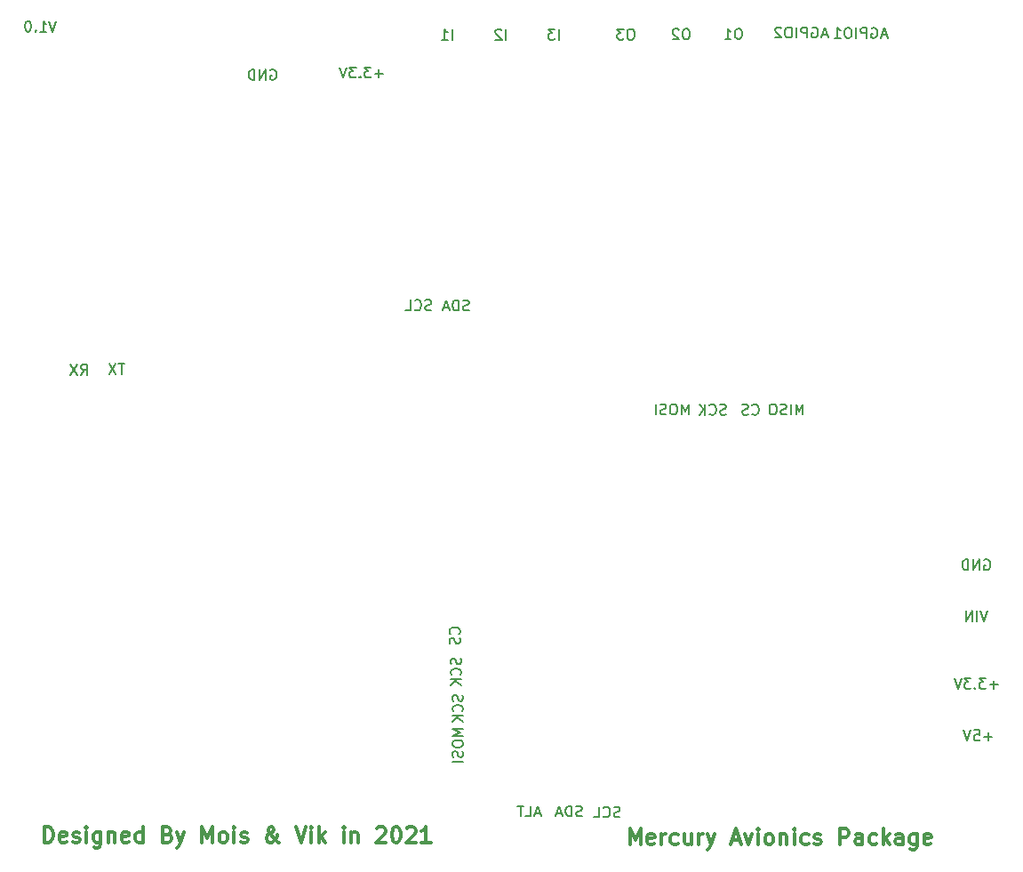
<source format=gbr>
%TF.GenerationSoftware,KiCad,Pcbnew,(5.1.8)-1*%
%TF.CreationDate,2021-01-18T01:00:06-05:00*%
%TF.ProjectId,Mercury,4d657263-7572-4792-9e6b-696361645f70,rev?*%
%TF.SameCoordinates,Original*%
%TF.FileFunction,Legend,Bot*%
%TF.FilePolarity,Positive*%
%FSLAX46Y46*%
G04 Gerber Fmt 4.6, Leading zero omitted, Abs format (unit mm)*
G04 Created by KiCad (PCBNEW (5.1.8)-1) date 2021-01-18 01:00:06*
%MOMM*%
%LPD*%
G01*
G04 APERTURE LIST*
%ADD10C,0.150000*%
%ADD11C,0.300000*%
G04 APERTURE END LIST*
D10*
X24206009Y-17689580D02*
X23872676Y-18689580D01*
X23539342Y-17689580D01*
X22682200Y-18689580D02*
X23253628Y-18689580D01*
X22967914Y-18689580D02*
X22967914Y-17689580D01*
X23063152Y-17832438D01*
X23158390Y-17927676D01*
X23253628Y-17975295D01*
X22253628Y-18594342D02*
X22206009Y-18641961D01*
X22253628Y-18689580D01*
X22301247Y-18641961D01*
X22253628Y-18594342D01*
X22253628Y-18689580D01*
X21586961Y-17689580D02*
X21491723Y-17689580D01*
X21396485Y-17737200D01*
X21348866Y-17784819D01*
X21301247Y-17880057D01*
X21253628Y-18070533D01*
X21253628Y-18308628D01*
X21301247Y-18499104D01*
X21348866Y-18594342D01*
X21396485Y-18641961D01*
X21491723Y-18689580D01*
X21586961Y-18689580D01*
X21682200Y-18641961D01*
X21729819Y-18594342D01*
X21777438Y-18499104D01*
X21825057Y-18308628D01*
X21825057Y-18070533D01*
X21777438Y-17880057D01*
X21729819Y-17784819D01*
X21682200Y-17737200D01*
X21586961Y-17689580D01*
D11*
X78871171Y-96106371D02*
X78871171Y-94606371D01*
X79371171Y-95677800D01*
X79871171Y-94606371D01*
X79871171Y-96106371D01*
X81156885Y-96034942D02*
X81014028Y-96106371D01*
X80728314Y-96106371D01*
X80585457Y-96034942D01*
X80514028Y-95892085D01*
X80514028Y-95320657D01*
X80585457Y-95177800D01*
X80728314Y-95106371D01*
X81014028Y-95106371D01*
X81156885Y-95177800D01*
X81228314Y-95320657D01*
X81228314Y-95463514D01*
X80514028Y-95606371D01*
X81871171Y-96106371D02*
X81871171Y-95106371D01*
X81871171Y-95392085D02*
X81942600Y-95249228D01*
X82014028Y-95177800D01*
X82156885Y-95106371D01*
X82299742Y-95106371D01*
X83442600Y-96034942D02*
X83299742Y-96106371D01*
X83014028Y-96106371D01*
X82871171Y-96034942D01*
X82799742Y-95963514D01*
X82728314Y-95820657D01*
X82728314Y-95392085D01*
X82799742Y-95249228D01*
X82871171Y-95177800D01*
X83014028Y-95106371D01*
X83299742Y-95106371D01*
X83442600Y-95177800D01*
X84728314Y-95106371D02*
X84728314Y-96106371D01*
X84085457Y-95106371D02*
X84085457Y-95892085D01*
X84156885Y-96034942D01*
X84299742Y-96106371D01*
X84514028Y-96106371D01*
X84656885Y-96034942D01*
X84728314Y-95963514D01*
X85442600Y-96106371D02*
X85442600Y-95106371D01*
X85442600Y-95392085D02*
X85514028Y-95249228D01*
X85585457Y-95177800D01*
X85728314Y-95106371D01*
X85871171Y-95106371D01*
X86228314Y-95106371D02*
X86585457Y-96106371D01*
X86942600Y-95106371D02*
X86585457Y-96106371D01*
X86442600Y-96463514D01*
X86371171Y-96534942D01*
X86228314Y-96606371D01*
X88585457Y-95677800D02*
X89299742Y-95677800D01*
X88442600Y-96106371D02*
X88942600Y-94606371D01*
X89442600Y-96106371D01*
X89799742Y-95106371D02*
X90156885Y-96106371D01*
X90514028Y-95106371D01*
X91085457Y-96106371D02*
X91085457Y-95106371D01*
X91085457Y-94606371D02*
X91014028Y-94677800D01*
X91085457Y-94749228D01*
X91156885Y-94677800D01*
X91085457Y-94606371D01*
X91085457Y-94749228D01*
X92014028Y-96106371D02*
X91871171Y-96034942D01*
X91799742Y-95963514D01*
X91728314Y-95820657D01*
X91728314Y-95392085D01*
X91799742Y-95249228D01*
X91871171Y-95177800D01*
X92014028Y-95106371D01*
X92228314Y-95106371D01*
X92371171Y-95177800D01*
X92442600Y-95249228D01*
X92514028Y-95392085D01*
X92514028Y-95820657D01*
X92442600Y-95963514D01*
X92371171Y-96034942D01*
X92228314Y-96106371D01*
X92014028Y-96106371D01*
X93156885Y-95106371D02*
X93156885Y-96106371D01*
X93156885Y-95249228D02*
X93228314Y-95177800D01*
X93371171Y-95106371D01*
X93585457Y-95106371D01*
X93728314Y-95177800D01*
X93799742Y-95320657D01*
X93799742Y-96106371D01*
X94514028Y-96106371D02*
X94514028Y-95106371D01*
X94514028Y-94606371D02*
X94442600Y-94677800D01*
X94514028Y-94749228D01*
X94585457Y-94677800D01*
X94514028Y-94606371D01*
X94514028Y-94749228D01*
X95871171Y-96034942D02*
X95728314Y-96106371D01*
X95442600Y-96106371D01*
X95299742Y-96034942D01*
X95228314Y-95963514D01*
X95156885Y-95820657D01*
X95156885Y-95392085D01*
X95228314Y-95249228D01*
X95299742Y-95177800D01*
X95442600Y-95106371D01*
X95728314Y-95106371D01*
X95871171Y-95177800D01*
X96442600Y-96034942D02*
X96585457Y-96106371D01*
X96871171Y-96106371D01*
X97014028Y-96034942D01*
X97085457Y-95892085D01*
X97085457Y-95820657D01*
X97014028Y-95677800D01*
X96871171Y-95606371D01*
X96656885Y-95606371D01*
X96514028Y-95534942D01*
X96442600Y-95392085D01*
X96442600Y-95320657D01*
X96514028Y-95177800D01*
X96656885Y-95106371D01*
X96871171Y-95106371D01*
X97014028Y-95177800D01*
X98871171Y-96106371D02*
X98871171Y-94606371D01*
X99442600Y-94606371D01*
X99585457Y-94677800D01*
X99656885Y-94749228D01*
X99728314Y-94892085D01*
X99728314Y-95106371D01*
X99656885Y-95249228D01*
X99585457Y-95320657D01*
X99442600Y-95392085D01*
X98871171Y-95392085D01*
X101014028Y-96106371D02*
X101014028Y-95320657D01*
X100942600Y-95177800D01*
X100799742Y-95106371D01*
X100514028Y-95106371D01*
X100371171Y-95177800D01*
X101014028Y-96034942D02*
X100871171Y-96106371D01*
X100514028Y-96106371D01*
X100371171Y-96034942D01*
X100299742Y-95892085D01*
X100299742Y-95749228D01*
X100371171Y-95606371D01*
X100514028Y-95534942D01*
X100871171Y-95534942D01*
X101014028Y-95463514D01*
X102371171Y-96034942D02*
X102228314Y-96106371D01*
X101942600Y-96106371D01*
X101799742Y-96034942D01*
X101728314Y-95963514D01*
X101656885Y-95820657D01*
X101656885Y-95392085D01*
X101728314Y-95249228D01*
X101799742Y-95177800D01*
X101942600Y-95106371D01*
X102228314Y-95106371D01*
X102371171Y-95177800D01*
X103014028Y-96106371D02*
X103014028Y-94606371D01*
X103156885Y-95534942D02*
X103585457Y-96106371D01*
X103585457Y-95106371D02*
X103014028Y-95677800D01*
X104871171Y-96106371D02*
X104871171Y-95320657D01*
X104799742Y-95177800D01*
X104656885Y-95106371D01*
X104371171Y-95106371D01*
X104228314Y-95177800D01*
X104871171Y-96034942D02*
X104728314Y-96106371D01*
X104371171Y-96106371D01*
X104228314Y-96034942D01*
X104156885Y-95892085D01*
X104156885Y-95749228D01*
X104228314Y-95606371D01*
X104371171Y-95534942D01*
X104728314Y-95534942D01*
X104871171Y-95463514D01*
X106228314Y-95106371D02*
X106228314Y-96320657D01*
X106156885Y-96463514D01*
X106085457Y-96534942D01*
X105942600Y-96606371D01*
X105728314Y-96606371D01*
X105585457Y-96534942D01*
X106228314Y-96034942D02*
X106085457Y-96106371D01*
X105799742Y-96106371D01*
X105656885Y-96034942D01*
X105585457Y-95963514D01*
X105514028Y-95820657D01*
X105514028Y-95392085D01*
X105585457Y-95249228D01*
X105656885Y-95177800D01*
X105799742Y-95106371D01*
X106085457Y-95106371D01*
X106228314Y-95177800D01*
X107514028Y-96034942D02*
X107371171Y-96106371D01*
X107085457Y-96106371D01*
X106942600Y-96034942D01*
X106871171Y-95892085D01*
X106871171Y-95320657D01*
X106942600Y-95177800D01*
X107085457Y-95106371D01*
X107371171Y-95106371D01*
X107514028Y-95177800D01*
X107585457Y-95320657D01*
X107585457Y-95463514D01*
X106871171Y-95606371D01*
X23095657Y-95928571D02*
X23095657Y-94428571D01*
X23452800Y-94428571D01*
X23667085Y-94500000D01*
X23809942Y-94642857D01*
X23881371Y-94785714D01*
X23952800Y-95071428D01*
X23952800Y-95285714D01*
X23881371Y-95571428D01*
X23809942Y-95714285D01*
X23667085Y-95857142D01*
X23452800Y-95928571D01*
X23095657Y-95928571D01*
X25167085Y-95857142D02*
X25024228Y-95928571D01*
X24738514Y-95928571D01*
X24595657Y-95857142D01*
X24524228Y-95714285D01*
X24524228Y-95142857D01*
X24595657Y-95000000D01*
X24738514Y-94928571D01*
X25024228Y-94928571D01*
X25167085Y-95000000D01*
X25238514Y-95142857D01*
X25238514Y-95285714D01*
X24524228Y-95428571D01*
X25809942Y-95857142D02*
X25952800Y-95928571D01*
X26238514Y-95928571D01*
X26381371Y-95857142D01*
X26452800Y-95714285D01*
X26452800Y-95642857D01*
X26381371Y-95500000D01*
X26238514Y-95428571D01*
X26024228Y-95428571D01*
X25881371Y-95357142D01*
X25809942Y-95214285D01*
X25809942Y-95142857D01*
X25881371Y-95000000D01*
X26024228Y-94928571D01*
X26238514Y-94928571D01*
X26381371Y-95000000D01*
X27095657Y-95928571D02*
X27095657Y-94928571D01*
X27095657Y-94428571D02*
X27024228Y-94500000D01*
X27095657Y-94571428D01*
X27167085Y-94500000D01*
X27095657Y-94428571D01*
X27095657Y-94571428D01*
X28452800Y-94928571D02*
X28452800Y-96142857D01*
X28381371Y-96285714D01*
X28309942Y-96357142D01*
X28167085Y-96428571D01*
X27952800Y-96428571D01*
X27809942Y-96357142D01*
X28452800Y-95857142D02*
X28309942Y-95928571D01*
X28024228Y-95928571D01*
X27881371Y-95857142D01*
X27809942Y-95785714D01*
X27738514Y-95642857D01*
X27738514Y-95214285D01*
X27809942Y-95071428D01*
X27881371Y-95000000D01*
X28024228Y-94928571D01*
X28309942Y-94928571D01*
X28452800Y-95000000D01*
X29167085Y-94928571D02*
X29167085Y-95928571D01*
X29167085Y-95071428D02*
X29238514Y-95000000D01*
X29381371Y-94928571D01*
X29595657Y-94928571D01*
X29738514Y-95000000D01*
X29809942Y-95142857D01*
X29809942Y-95928571D01*
X31095657Y-95857142D02*
X30952800Y-95928571D01*
X30667085Y-95928571D01*
X30524228Y-95857142D01*
X30452800Y-95714285D01*
X30452800Y-95142857D01*
X30524228Y-95000000D01*
X30667085Y-94928571D01*
X30952800Y-94928571D01*
X31095657Y-95000000D01*
X31167085Y-95142857D01*
X31167085Y-95285714D01*
X30452800Y-95428571D01*
X32452800Y-95928571D02*
X32452800Y-94428571D01*
X32452800Y-95857142D02*
X32309942Y-95928571D01*
X32024228Y-95928571D01*
X31881371Y-95857142D01*
X31809942Y-95785714D01*
X31738514Y-95642857D01*
X31738514Y-95214285D01*
X31809942Y-95071428D01*
X31881371Y-95000000D01*
X32024228Y-94928571D01*
X32309942Y-94928571D01*
X32452800Y-95000000D01*
X34809942Y-95142857D02*
X35024228Y-95214285D01*
X35095657Y-95285714D01*
X35167085Y-95428571D01*
X35167085Y-95642857D01*
X35095657Y-95785714D01*
X35024228Y-95857142D01*
X34881371Y-95928571D01*
X34309942Y-95928571D01*
X34309942Y-94428571D01*
X34809942Y-94428571D01*
X34952800Y-94500000D01*
X35024228Y-94571428D01*
X35095657Y-94714285D01*
X35095657Y-94857142D01*
X35024228Y-95000000D01*
X34952800Y-95071428D01*
X34809942Y-95142857D01*
X34309942Y-95142857D01*
X35667085Y-94928571D02*
X36024228Y-95928571D01*
X36381371Y-94928571D02*
X36024228Y-95928571D01*
X35881371Y-96285714D01*
X35809942Y-96357142D01*
X35667085Y-96428571D01*
X38095657Y-95928571D02*
X38095657Y-94428571D01*
X38595657Y-95500000D01*
X39095657Y-94428571D01*
X39095657Y-95928571D01*
X40024228Y-95928571D02*
X39881371Y-95857142D01*
X39809942Y-95785714D01*
X39738514Y-95642857D01*
X39738514Y-95214285D01*
X39809942Y-95071428D01*
X39881371Y-95000000D01*
X40024228Y-94928571D01*
X40238514Y-94928571D01*
X40381371Y-95000000D01*
X40452800Y-95071428D01*
X40524228Y-95214285D01*
X40524228Y-95642857D01*
X40452800Y-95785714D01*
X40381371Y-95857142D01*
X40238514Y-95928571D01*
X40024228Y-95928571D01*
X41167085Y-95928571D02*
X41167085Y-94928571D01*
X41167085Y-94428571D02*
X41095657Y-94500000D01*
X41167085Y-94571428D01*
X41238514Y-94500000D01*
X41167085Y-94428571D01*
X41167085Y-94571428D01*
X41809942Y-95857142D02*
X41952800Y-95928571D01*
X42238514Y-95928571D01*
X42381371Y-95857142D01*
X42452800Y-95714285D01*
X42452800Y-95642857D01*
X42381371Y-95500000D01*
X42238514Y-95428571D01*
X42024228Y-95428571D01*
X41881371Y-95357142D01*
X41809942Y-95214285D01*
X41809942Y-95142857D01*
X41881371Y-95000000D01*
X42024228Y-94928571D01*
X42238514Y-94928571D01*
X42381371Y-95000000D01*
X45452799Y-95928571D02*
X45381371Y-95928571D01*
X45238514Y-95857142D01*
X45024228Y-95642857D01*
X44667085Y-95214285D01*
X44524228Y-95000000D01*
X44452799Y-94785714D01*
X44452799Y-94642857D01*
X44524228Y-94500000D01*
X44667085Y-94428571D01*
X44738514Y-94428571D01*
X44881371Y-94500000D01*
X44952799Y-94642857D01*
X44952799Y-94714285D01*
X44881371Y-94857142D01*
X44809942Y-94928571D01*
X44381371Y-95214285D01*
X44309942Y-95285714D01*
X44238514Y-95428571D01*
X44238514Y-95642857D01*
X44309942Y-95785714D01*
X44381371Y-95857142D01*
X44524228Y-95928571D01*
X44738514Y-95928571D01*
X44881371Y-95857142D01*
X44952799Y-95785714D01*
X45167085Y-95500000D01*
X45238514Y-95285714D01*
X45238514Y-95142857D01*
X47024228Y-94428571D02*
X47524228Y-95928571D01*
X48024228Y-94428571D01*
X48524228Y-95928571D02*
X48524228Y-94928571D01*
X48524228Y-94428571D02*
X48452800Y-94500000D01*
X48524228Y-94571428D01*
X48595657Y-94500000D01*
X48524228Y-94428571D01*
X48524228Y-94571428D01*
X49238514Y-95928571D02*
X49238514Y-94428571D01*
X49381371Y-95357142D02*
X49809942Y-95928571D01*
X49809942Y-94928571D02*
X49238514Y-95500000D01*
X51595657Y-95928571D02*
X51595657Y-94928571D01*
X51595657Y-94428571D02*
X51524228Y-94500000D01*
X51595657Y-94571428D01*
X51667085Y-94500000D01*
X51595657Y-94428571D01*
X51595657Y-94571428D01*
X52309942Y-94928571D02*
X52309942Y-95928571D01*
X52309942Y-95071428D02*
X52381371Y-95000000D01*
X52524228Y-94928571D01*
X52738514Y-94928571D01*
X52881371Y-95000000D01*
X52952799Y-95142857D01*
X52952799Y-95928571D01*
X54738514Y-94571428D02*
X54809942Y-94500000D01*
X54952799Y-94428571D01*
X55309942Y-94428571D01*
X55452799Y-94500000D01*
X55524228Y-94571428D01*
X55595657Y-94714285D01*
X55595657Y-94857142D01*
X55524228Y-95071428D01*
X54667085Y-95928571D01*
X55595657Y-95928571D01*
X56524228Y-94428571D02*
X56667085Y-94428571D01*
X56809942Y-94500000D01*
X56881371Y-94571428D01*
X56952799Y-94714285D01*
X57024228Y-95000000D01*
X57024228Y-95357142D01*
X56952799Y-95642857D01*
X56881371Y-95785714D01*
X56809942Y-95857142D01*
X56667085Y-95928571D01*
X56524228Y-95928571D01*
X56381371Y-95857142D01*
X56309942Y-95785714D01*
X56238514Y-95642857D01*
X56167085Y-95357142D01*
X56167085Y-95000000D01*
X56238514Y-94714285D01*
X56309942Y-94571428D01*
X56381371Y-94500000D01*
X56524228Y-94428571D01*
X57595657Y-94571428D02*
X57667085Y-94500000D01*
X57809942Y-94428571D01*
X58167085Y-94428571D01*
X58309942Y-94500000D01*
X58381371Y-94571428D01*
X58452799Y-94714285D01*
X58452799Y-94857142D01*
X58381371Y-95071428D01*
X57524228Y-95928571D01*
X58452799Y-95928571D01*
X59881371Y-95928571D02*
X59024228Y-95928571D01*
X59452799Y-95928571D02*
X59452799Y-94428571D01*
X59309942Y-94642857D01*
X59167085Y-94785714D01*
X59024228Y-94857142D01*
D10*
X62587142Y-76058733D02*
X62634761Y-76011114D01*
X62682380Y-75868257D01*
X62682380Y-75773019D01*
X62634761Y-75630161D01*
X62539523Y-75534923D01*
X62444285Y-75487304D01*
X62253809Y-75439685D01*
X62110952Y-75439685D01*
X61920476Y-75487304D01*
X61825238Y-75534923D01*
X61730000Y-75630161D01*
X61682380Y-75773019D01*
X61682380Y-75868257D01*
X61730000Y-76011114D01*
X61777619Y-76058733D01*
X62634761Y-76439685D02*
X62682380Y-76582542D01*
X62682380Y-76820638D01*
X62634761Y-76915876D01*
X62587142Y-76963495D01*
X62491904Y-77011114D01*
X62396666Y-77011114D01*
X62301428Y-76963495D01*
X62253809Y-76915876D01*
X62206190Y-76820638D01*
X62158571Y-76630161D01*
X62110952Y-76534923D01*
X62063333Y-76487304D01*
X61968095Y-76439685D01*
X61872857Y-76439685D01*
X61777619Y-76487304D01*
X61730000Y-76534923D01*
X61682380Y-76630161D01*
X61682380Y-76868257D01*
X61730000Y-77011114D01*
X62736361Y-78394085D02*
X62783980Y-78536942D01*
X62783980Y-78775038D01*
X62736361Y-78870276D01*
X62688742Y-78917895D01*
X62593504Y-78965514D01*
X62498266Y-78965514D01*
X62403028Y-78917895D01*
X62355409Y-78870276D01*
X62307790Y-78775038D01*
X62260171Y-78584561D01*
X62212552Y-78489323D01*
X62164933Y-78441704D01*
X62069695Y-78394085D01*
X61974457Y-78394085D01*
X61879219Y-78441704D01*
X61831600Y-78489323D01*
X61783980Y-78584561D01*
X61783980Y-78822657D01*
X61831600Y-78965514D01*
X62688742Y-79965514D02*
X62736361Y-79917895D01*
X62783980Y-79775038D01*
X62783980Y-79679800D01*
X62736361Y-79536942D01*
X62641123Y-79441704D01*
X62545885Y-79394085D01*
X62355409Y-79346466D01*
X62212552Y-79346466D01*
X62022076Y-79394085D01*
X61926838Y-79441704D01*
X61831600Y-79536942D01*
X61783980Y-79679800D01*
X61783980Y-79775038D01*
X61831600Y-79917895D01*
X61879219Y-79965514D01*
X62783980Y-80394085D02*
X61783980Y-80394085D01*
X62783980Y-80965514D02*
X62212552Y-80536942D01*
X61783980Y-80965514D02*
X62355409Y-80394085D01*
X62914161Y-81873885D02*
X62961780Y-82016742D01*
X62961780Y-82254838D01*
X62914161Y-82350076D01*
X62866542Y-82397695D01*
X62771304Y-82445314D01*
X62676066Y-82445314D01*
X62580828Y-82397695D01*
X62533209Y-82350076D01*
X62485590Y-82254838D01*
X62437971Y-82064361D01*
X62390352Y-81969123D01*
X62342733Y-81921504D01*
X62247495Y-81873885D01*
X62152257Y-81873885D01*
X62057019Y-81921504D01*
X62009400Y-81969123D01*
X61961780Y-82064361D01*
X61961780Y-82302457D01*
X62009400Y-82445314D01*
X62866542Y-83445314D02*
X62914161Y-83397695D01*
X62961780Y-83254838D01*
X62961780Y-83159600D01*
X62914161Y-83016742D01*
X62818923Y-82921504D01*
X62723685Y-82873885D01*
X62533209Y-82826266D01*
X62390352Y-82826266D01*
X62199876Y-82873885D01*
X62104638Y-82921504D01*
X62009400Y-83016742D01*
X61961780Y-83159600D01*
X61961780Y-83254838D01*
X62009400Y-83397695D01*
X62057019Y-83445314D01*
X62961780Y-83873885D02*
X61961780Y-83873885D01*
X62961780Y-84445314D02*
X62390352Y-84016742D01*
X61961780Y-84445314D02*
X62533209Y-83873885D01*
X62961780Y-85093371D02*
X61961780Y-85093371D01*
X62676066Y-85426704D01*
X61961780Y-85760038D01*
X62961780Y-85760038D01*
X61961780Y-86426704D02*
X61961780Y-86617180D01*
X62009400Y-86712419D01*
X62104638Y-86807657D01*
X62295114Y-86855276D01*
X62628447Y-86855276D01*
X62818923Y-86807657D01*
X62914161Y-86712419D01*
X62961780Y-86617180D01*
X62961780Y-86426704D01*
X62914161Y-86331466D01*
X62818923Y-86236228D01*
X62628447Y-86188609D01*
X62295114Y-86188609D01*
X62104638Y-86236228D01*
X62009400Y-86331466D01*
X61961780Y-86426704D01*
X62914161Y-87236228D02*
X62961780Y-87379085D01*
X62961780Y-87617180D01*
X62914161Y-87712419D01*
X62866542Y-87760038D01*
X62771304Y-87807657D01*
X62676066Y-87807657D01*
X62580828Y-87760038D01*
X62533209Y-87712419D01*
X62485590Y-87617180D01*
X62437971Y-87426704D01*
X62390352Y-87331466D01*
X62342733Y-87283847D01*
X62247495Y-87236228D01*
X62152257Y-87236228D01*
X62057019Y-87283847D01*
X62009400Y-87331466D01*
X61961780Y-87426704D01*
X61961780Y-87664800D01*
X62009400Y-87807657D01*
X62961780Y-88236228D02*
X61961780Y-88236228D01*
X77898476Y-93470361D02*
X77755619Y-93517980D01*
X77517523Y-93517980D01*
X77422285Y-93470361D01*
X77374666Y-93422742D01*
X77327047Y-93327504D01*
X77327047Y-93232266D01*
X77374666Y-93137028D01*
X77422285Y-93089409D01*
X77517523Y-93041790D01*
X77708000Y-92994171D01*
X77803238Y-92946552D01*
X77850857Y-92898933D01*
X77898476Y-92803695D01*
X77898476Y-92708457D01*
X77850857Y-92613219D01*
X77803238Y-92565600D01*
X77708000Y-92517980D01*
X77469904Y-92517980D01*
X77327047Y-92565600D01*
X76327047Y-93422742D02*
X76374666Y-93470361D01*
X76517523Y-93517980D01*
X76612761Y-93517980D01*
X76755619Y-93470361D01*
X76850857Y-93375123D01*
X76898476Y-93279885D01*
X76946095Y-93089409D01*
X76946095Y-92946552D01*
X76898476Y-92756076D01*
X76850857Y-92660838D01*
X76755619Y-92565600D01*
X76612761Y-92517980D01*
X76517523Y-92517980D01*
X76374666Y-92565600D01*
X76327047Y-92613219D01*
X75422285Y-93517980D02*
X75898476Y-93517980D01*
X75898476Y-92517980D01*
X74315485Y-93394161D02*
X74172628Y-93441780D01*
X73934533Y-93441780D01*
X73839295Y-93394161D01*
X73791676Y-93346542D01*
X73744057Y-93251304D01*
X73744057Y-93156066D01*
X73791676Y-93060828D01*
X73839295Y-93013209D01*
X73934533Y-92965590D01*
X74125009Y-92917971D01*
X74220247Y-92870352D01*
X74267866Y-92822733D01*
X74315485Y-92727495D01*
X74315485Y-92632257D01*
X74267866Y-92537019D01*
X74220247Y-92489400D01*
X74125009Y-92441780D01*
X73886914Y-92441780D01*
X73744057Y-92489400D01*
X73315485Y-93441780D02*
X73315485Y-92441780D01*
X73077390Y-92441780D01*
X72934533Y-92489400D01*
X72839295Y-92584638D01*
X72791676Y-92679876D01*
X72744057Y-92870352D01*
X72744057Y-93013209D01*
X72791676Y-93203685D01*
X72839295Y-93298923D01*
X72934533Y-93394161D01*
X73077390Y-93441780D01*
X73315485Y-93441780D01*
X72363104Y-93156066D02*
X71886914Y-93156066D01*
X72458342Y-93441780D02*
X72125009Y-92441780D01*
X71791676Y-93441780D01*
X70289609Y-93156066D02*
X69813419Y-93156066D01*
X70384847Y-93441780D02*
X70051514Y-92441780D01*
X69718180Y-93441780D01*
X68908657Y-93441780D02*
X69384847Y-93441780D01*
X69384847Y-92441780D01*
X68718180Y-92441780D02*
X68146752Y-92441780D01*
X68432466Y-93441780D02*
X68432466Y-92441780D01*
X95348228Y-55163980D02*
X95348228Y-54163980D01*
X95014895Y-54878266D01*
X94681561Y-54163980D01*
X94681561Y-55163980D01*
X94205371Y-55163980D02*
X94205371Y-54163980D01*
X93776800Y-55116361D02*
X93633942Y-55163980D01*
X93395847Y-55163980D01*
X93300609Y-55116361D01*
X93252990Y-55068742D01*
X93205371Y-54973504D01*
X93205371Y-54878266D01*
X93252990Y-54783028D01*
X93300609Y-54735409D01*
X93395847Y-54687790D01*
X93586323Y-54640171D01*
X93681561Y-54592552D01*
X93729180Y-54544933D01*
X93776800Y-54449695D01*
X93776800Y-54354457D01*
X93729180Y-54259219D01*
X93681561Y-54211600D01*
X93586323Y-54163980D01*
X93348228Y-54163980D01*
X93205371Y-54211600D01*
X92586323Y-54163980D02*
X92395847Y-54163980D01*
X92300609Y-54211600D01*
X92205371Y-54306838D01*
X92157752Y-54497314D01*
X92157752Y-54830647D01*
X92205371Y-55021123D01*
X92300609Y-55116361D01*
X92395847Y-55163980D01*
X92586323Y-55163980D01*
X92681561Y-55116361D01*
X92776800Y-55021123D01*
X92824419Y-54830647D01*
X92824419Y-54497314D01*
X92776800Y-54306838D01*
X92681561Y-54211600D01*
X92586323Y-54163980D01*
X90514466Y-55094142D02*
X90562085Y-55141761D01*
X90704942Y-55189380D01*
X90800180Y-55189380D01*
X90943038Y-55141761D01*
X91038276Y-55046523D01*
X91085895Y-54951285D01*
X91133514Y-54760809D01*
X91133514Y-54617952D01*
X91085895Y-54427476D01*
X91038276Y-54332238D01*
X90943038Y-54237000D01*
X90800180Y-54189380D01*
X90704942Y-54189380D01*
X90562085Y-54237000D01*
X90514466Y-54284619D01*
X90133514Y-55141761D02*
X89990657Y-55189380D01*
X89752561Y-55189380D01*
X89657323Y-55141761D01*
X89609704Y-55094142D01*
X89562085Y-54998904D01*
X89562085Y-54903666D01*
X89609704Y-54808428D01*
X89657323Y-54760809D01*
X89752561Y-54713190D01*
X89943038Y-54665571D01*
X90038276Y-54617952D01*
X90085895Y-54570333D01*
X90133514Y-54475095D01*
X90133514Y-54379857D01*
X90085895Y-54284619D01*
X90038276Y-54237000D01*
X89943038Y-54189380D01*
X89704942Y-54189380D01*
X89562085Y-54237000D01*
X88026714Y-55141761D02*
X87883857Y-55189380D01*
X87645761Y-55189380D01*
X87550523Y-55141761D01*
X87502904Y-55094142D01*
X87455285Y-54998904D01*
X87455285Y-54903666D01*
X87502904Y-54808428D01*
X87550523Y-54760809D01*
X87645761Y-54713190D01*
X87836238Y-54665571D01*
X87931476Y-54617952D01*
X87979095Y-54570333D01*
X88026714Y-54475095D01*
X88026714Y-54379857D01*
X87979095Y-54284619D01*
X87931476Y-54237000D01*
X87836238Y-54189380D01*
X87598142Y-54189380D01*
X87455285Y-54237000D01*
X86455285Y-55094142D02*
X86502904Y-55141761D01*
X86645761Y-55189380D01*
X86741000Y-55189380D01*
X86883857Y-55141761D01*
X86979095Y-55046523D01*
X87026714Y-54951285D01*
X87074333Y-54760809D01*
X87074333Y-54617952D01*
X87026714Y-54427476D01*
X86979095Y-54332238D01*
X86883857Y-54237000D01*
X86741000Y-54189380D01*
X86645761Y-54189380D01*
X86502904Y-54237000D01*
X86455285Y-54284619D01*
X86026714Y-55189380D02*
X86026714Y-54189380D01*
X85455285Y-55189380D02*
X85883857Y-54617952D01*
X85455285Y-54189380D02*
X86026714Y-54760809D01*
X84451628Y-55163980D02*
X84451628Y-54163980D01*
X84118295Y-54878266D01*
X83784961Y-54163980D01*
X83784961Y-55163980D01*
X83118295Y-54163980D02*
X82927819Y-54163980D01*
X82832580Y-54211600D01*
X82737342Y-54306838D01*
X82689723Y-54497314D01*
X82689723Y-54830647D01*
X82737342Y-55021123D01*
X82832580Y-55116361D01*
X82927819Y-55163980D01*
X83118295Y-55163980D01*
X83213533Y-55116361D01*
X83308771Y-55021123D01*
X83356390Y-54830647D01*
X83356390Y-54497314D01*
X83308771Y-54306838D01*
X83213533Y-54211600D01*
X83118295Y-54163980D01*
X82308771Y-55116361D02*
X82165914Y-55163980D01*
X81927819Y-55163980D01*
X81832580Y-55116361D01*
X81784961Y-55068742D01*
X81737342Y-54973504D01*
X81737342Y-54878266D01*
X81784961Y-54783028D01*
X81832580Y-54735409D01*
X81927819Y-54687790D01*
X82118295Y-54640171D01*
X82213533Y-54592552D01*
X82261152Y-54544933D01*
X82308771Y-54449695D01*
X82308771Y-54354457D01*
X82261152Y-54259219D01*
X82213533Y-54211600D01*
X82118295Y-54163980D01*
X81880200Y-54163980D01*
X81737342Y-54211600D01*
X81308771Y-55163980D02*
X81308771Y-54163980D01*
X63520485Y-45210361D02*
X63377628Y-45257980D01*
X63139533Y-45257980D01*
X63044295Y-45210361D01*
X62996676Y-45162742D01*
X62949057Y-45067504D01*
X62949057Y-44972266D01*
X62996676Y-44877028D01*
X63044295Y-44829409D01*
X63139533Y-44781790D01*
X63330009Y-44734171D01*
X63425247Y-44686552D01*
X63472866Y-44638933D01*
X63520485Y-44543695D01*
X63520485Y-44448457D01*
X63472866Y-44353219D01*
X63425247Y-44305600D01*
X63330009Y-44257980D01*
X63091914Y-44257980D01*
X62949057Y-44305600D01*
X62520485Y-45257980D02*
X62520485Y-44257980D01*
X62282390Y-44257980D01*
X62139533Y-44305600D01*
X62044295Y-44400838D01*
X61996676Y-44496076D01*
X61949057Y-44686552D01*
X61949057Y-44829409D01*
X61996676Y-45019885D01*
X62044295Y-45115123D01*
X62139533Y-45210361D01*
X62282390Y-45257980D01*
X62520485Y-45257980D01*
X61568104Y-44972266D02*
X61091914Y-44972266D01*
X61663342Y-45257980D02*
X61330009Y-44257980D01*
X60996676Y-45257980D01*
X59940676Y-45184961D02*
X59797819Y-45232580D01*
X59559723Y-45232580D01*
X59464485Y-45184961D01*
X59416866Y-45137342D01*
X59369247Y-45042104D01*
X59369247Y-44946866D01*
X59416866Y-44851628D01*
X59464485Y-44804009D01*
X59559723Y-44756390D01*
X59750200Y-44708771D01*
X59845438Y-44661152D01*
X59893057Y-44613533D01*
X59940676Y-44518295D01*
X59940676Y-44423057D01*
X59893057Y-44327819D01*
X59845438Y-44280200D01*
X59750200Y-44232580D01*
X59512104Y-44232580D01*
X59369247Y-44280200D01*
X58369247Y-45137342D02*
X58416866Y-45184961D01*
X58559723Y-45232580D01*
X58654961Y-45232580D01*
X58797819Y-45184961D01*
X58893057Y-45089723D01*
X58940676Y-44994485D01*
X58988295Y-44804009D01*
X58988295Y-44661152D01*
X58940676Y-44470676D01*
X58893057Y-44375438D01*
X58797819Y-44280200D01*
X58654961Y-44232580D01*
X58559723Y-44232580D01*
X58416866Y-44280200D01*
X58369247Y-44327819D01*
X57464485Y-45232580D02*
X57940676Y-45232580D01*
X57940676Y-44232580D01*
X30708504Y-50328580D02*
X30137076Y-50328580D01*
X30422790Y-51328580D02*
X30422790Y-50328580D01*
X29898980Y-50328580D02*
X29232314Y-51328580D01*
X29232314Y-50328580D02*
X29898980Y-51328580D01*
X26582666Y-51379380D02*
X26916000Y-50903190D01*
X27154095Y-51379380D02*
X27154095Y-50379380D01*
X26773142Y-50379380D01*
X26677904Y-50427000D01*
X26630285Y-50474619D01*
X26582666Y-50569857D01*
X26582666Y-50712714D01*
X26630285Y-50807952D01*
X26677904Y-50855571D01*
X26773142Y-50903190D01*
X27154095Y-50903190D01*
X26249333Y-50379380D02*
X25582666Y-51379380D01*
X25582666Y-50379380D02*
X26249333Y-51379380D01*
X55340000Y-22702828D02*
X54578095Y-22702828D01*
X54959047Y-23083780D02*
X54959047Y-22321876D01*
X54197142Y-22083780D02*
X53578095Y-22083780D01*
X53911428Y-22464733D01*
X53768571Y-22464733D01*
X53673333Y-22512352D01*
X53625714Y-22559971D01*
X53578095Y-22655209D01*
X53578095Y-22893304D01*
X53625714Y-22988542D01*
X53673333Y-23036161D01*
X53768571Y-23083780D01*
X54054285Y-23083780D01*
X54149523Y-23036161D01*
X54197142Y-22988542D01*
X53149523Y-22988542D02*
X53101904Y-23036161D01*
X53149523Y-23083780D01*
X53197142Y-23036161D01*
X53149523Y-22988542D01*
X53149523Y-23083780D01*
X52768571Y-22083780D02*
X52149523Y-22083780D01*
X52482857Y-22464733D01*
X52340000Y-22464733D01*
X52244761Y-22512352D01*
X52197142Y-22559971D01*
X52149523Y-22655209D01*
X52149523Y-22893304D01*
X52197142Y-22988542D01*
X52244761Y-23036161D01*
X52340000Y-23083780D01*
X52625714Y-23083780D01*
X52720952Y-23036161D01*
X52768571Y-22988542D01*
X51863809Y-22083780D02*
X51530476Y-23083780D01*
X51197142Y-22083780D01*
X44627704Y-22334600D02*
X44722942Y-22286980D01*
X44865800Y-22286980D01*
X45008657Y-22334600D01*
X45103895Y-22429838D01*
X45151514Y-22525076D01*
X45199133Y-22715552D01*
X45199133Y-22858409D01*
X45151514Y-23048885D01*
X45103895Y-23144123D01*
X45008657Y-23239361D01*
X44865800Y-23286980D01*
X44770561Y-23286980D01*
X44627704Y-23239361D01*
X44580085Y-23191742D01*
X44580085Y-22858409D01*
X44770561Y-22858409D01*
X44151514Y-23286980D02*
X44151514Y-22286980D01*
X43580085Y-23286980D01*
X43580085Y-22286980D01*
X43103895Y-23286980D02*
X43103895Y-22286980D01*
X42865800Y-22286980D01*
X42722942Y-22334600D01*
X42627704Y-22429838D01*
X42580085Y-22525076D01*
X42532466Y-22715552D01*
X42532466Y-22858409D01*
X42580085Y-23048885D01*
X42627704Y-23144123D01*
X42722942Y-23239361D01*
X42865800Y-23286980D01*
X43103895Y-23286980D01*
X61918790Y-19451580D02*
X61918790Y-18451580D01*
X60918790Y-19451580D02*
X61490219Y-19451580D01*
X61204504Y-19451580D02*
X61204504Y-18451580D01*
X61299742Y-18594438D01*
X61394980Y-18689676D01*
X61490219Y-18737295D01*
X67049590Y-19451580D02*
X67049590Y-18451580D01*
X66621019Y-18546819D02*
X66573400Y-18499200D01*
X66478161Y-18451580D01*
X66240066Y-18451580D01*
X66144828Y-18499200D01*
X66097209Y-18546819D01*
X66049590Y-18642057D01*
X66049590Y-18737295D01*
X66097209Y-18880152D01*
X66668638Y-19451580D01*
X66049590Y-19451580D01*
X72078790Y-19451580D02*
X72078790Y-18451580D01*
X71697838Y-18451580D02*
X71078790Y-18451580D01*
X71412123Y-18832533D01*
X71269266Y-18832533D01*
X71174028Y-18880152D01*
X71126409Y-18927771D01*
X71078790Y-19023009D01*
X71078790Y-19261104D01*
X71126409Y-19356342D01*
X71174028Y-19403961D01*
X71269266Y-19451580D01*
X71554980Y-19451580D01*
X71650219Y-19403961D01*
X71697838Y-19356342D01*
X79032028Y-18451580D02*
X78841552Y-18451580D01*
X78746314Y-18499200D01*
X78651076Y-18594438D01*
X78603457Y-18784914D01*
X78603457Y-19118247D01*
X78651076Y-19308723D01*
X78746314Y-19403961D01*
X78841552Y-19451580D01*
X79032028Y-19451580D01*
X79127266Y-19403961D01*
X79222504Y-19308723D01*
X79270123Y-19118247D01*
X79270123Y-18784914D01*
X79222504Y-18594438D01*
X79127266Y-18499200D01*
X79032028Y-18451580D01*
X78270123Y-18451580D02*
X77651076Y-18451580D01*
X77984409Y-18832533D01*
X77841552Y-18832533D01*
X77746314Y-18880152D01*
X77698695Y-18927771D01*
X77651076Y-19023009D01*
X77651076Y-19261104D01*
X77698695Y-19356342D01*
X77746314Y-19403961D01*
X77841552Y-19451580D01*
X78127266Y-19451580D01*
X78222504Y-19403961D01*
X78270123Y-19356342D01*
X84315228Y-18426180D02*
X84124752Y-18426180D01*
X84029514Y-18473800D01*
X83934276Y-18569038D01*
X83886657Y-18759514D01*
X83886657Y-19092847D01*
X83934276Y-19283323D01*
X84029514Y-19378561D01*
X84124752Y-19426180D01*
X84315228Y-19426180D01*
X84410466Y-19378561D01*
X84505704Y-19283323D01*
X84553323Y-19092847D01*
X84553323Y-18759514D01*
X84505704Y-18569038D01*
X84410466Y-18473800D01*
X84315228Y-18426180D01*
X83505704Y-18521419D02*
X83458085Y-18473800D01*
X83362847Y-18426180D01*
X83124752Y-18426180D01*
X83029514Y-18473800D01*
X82981895Y-18521419D01*
X82934276Y-18616657D01*
X82934276Y-18711895D01*
X82981895Y-18854752D01*
X83553323Y-19426180D01*
X82934276Y-19426180D01*
X89293628Y-18400780D02*
X89103152Y-18400780D01*
X89007914Y-18448400D01*
X88912676Y-18543638D01*
X88865057Y-18734114D01*
X88865057Y-19067447D01*
X88912676Y-19257923D01*
X89007914Y-19353161D01*
X89103152Y-19400780D01*
X89293628Y-19400780D01*
X89388866Y-19353161D01*
X89484104Y-19257923D01*
X89531723Y-19067447D01*
X89531723Y-18734114D01*
X89484104Y-18543638D01*
X89388866Y-18448400D01*
X89293628Y-18400780D01*
X87912676Y-19400780D02*
X88484104Y-19400780D01*
X88198390Y-19400780D02*
X88198390Y-18400780D01*
X88293628Y-18543638D01*
X88388866Y-18638876D01*
X88484104Y-18686495D01*
X97649990Y-18988066D02*
X97173800Y-18988066D01*
X97745228Y-19273780D02*
X97411895Y-18273780D01*
X97078561Y-19273780D01*
X96221419Y-18321400D02*
X96316657Y-18273780D01*
X96459514Y-18273780D01*
X96602371Y-18321400D01*
X96697609Y-18416638D01*
X96745228Y-18511876D01*
X96792847Y-18702352D01*
X96792847Y-18845209D01*
X96745228Y-19035685D01*
X96697609Y-19130923D01*
X96602371Y-19226161D01*
X96459514Y-19273780D01*
X96364276Y-19273780D01*
X96221419Y-19226161D01*
X96173800Y-19178542D01*
X96173800Y-18845209D01*
X96364276Y-18845209D01*
X95745228Y-19273780D02*
X95745228Y-18273780D01*
X95364276Y-18273780D01*
X95269038Y-18321400D01*
X95221419Y-18369019D01*
X95173800Y-18464257D01*
X95173800Y-18607114D01*
X95221419Y-18702352D01*
X95269038Y-18749971D01*
X95364276Y-18797590D01*
X95745228Y-18797590D01*
X94745228Y-19273780D02*
X94745228Y-18273780D01*
X94078561Y-18273780D02*
X93888085Y-18273780D01*
X93792847Y-18321400D01*
X93697609Y-18416638D01*
X93649990Y-18607114D01*
X93649990Y-18940447D01*
X93697609Y-19130923D01*
X93792847Y-19226161D01*
X93888085Y-19273780D01*
X94078561Y-19273780D01*
X94173800Y-19226161D01*
X94269038Y-19130923D01*
X94316657Y-18940447D01*
X94316657Y-18607114D01*
X94269038Y-18416638D01*
X94173800Y-18321400D01*
X94078561Y-18273780D01*
X93269038Y-18369019D02*
X93221419Y-18321400D01*
X93126180Y-18273780D01*
X92888085Y-18273780D01*
X92792847Y-18321400D01*
X92745228Y-18369019D01*
X92697609Y-18464257D01*
X92697609Y-18559495D01*
X92745228Y-18702352D01*
X93316657Y-19273780D01*
X92697609Y-19273780D01*
X103314190Y-19013466D02*
X102838000Y-19013466D01*
X103409428Y-19299180D02*
X103076095Y-18299180D01*
X102742761Y-19299180D01*
X101885619Y-18346800D02*
X101980857Y-18299180D01*
X102123714Y-18299180D01*
X102266571Y-18346800D01*
X102361809Y-18442038D01*
X102409428Y-18537276D01*
X102457047Y-18727752D01*
X102457047Y-18870609D01*
X102409428Y-19061085D01*
X102361809Y-19156323D01*
X102266571Y-19251561D01*
X102123714Y-19299180D01*
X102028476Y-19299180D01*
X101885619Y-19251561D01*
X101838000Y-19203942D01*
X101838000Y-18870609D01*
X102028476Y-18870609D01*
X101409428Y-19299180D02*
X101409428Y-18299180D01*
X101028476Y-18299180D01*
X100933238Y-18346800D01*
X100885619Y-18394419D01*
X100838000Y-18489657D01*
X100838000Y-18632514D01*
X100885619Y-18727752D01*
X100933238Y-18775371D01*
X101028476Y-18822990D01*
X101409428Y-18822990D01*
X100409428Y-19299180D02*
X100409428Y-18299180D01*
X99742761Y-18299180D02*
X99552285Y-18299180D01*
X99457047Y-18346800D01*
X99361809Y-18442038D01*
X99314190Y-18632514D01*
X99314190Y-18965847D01*
X99361809Y-19156323D01*
X99457047Y-19251561D01*
X99552285Y-19299180D01*
X99742761Y-19299180D01*
X99838000Y-19251561D01*
X99933238Y-19156323D01*
X99980857Y-18965847D01*
X99980857Y-18632514D01*
X99933238Y-18442038D01*
X99838000Y-18346800D01*
X99742761Y-18299180D01*
X98361809Y-19299180D02*
X98933238Y-19299180D01*
X98647523Y-19299180D02*
X98647523Y-18299180D01*
X98742761Y-18442038D01*
X98838000Y-18537276D01*
X98933238Y-18584895D01*
X112623504Y-69019800D02*
X112718742Y-68972180D01*
X112861600Y-68972180D01*
X113004457Y-69019800D01*
X113099695Y-69115038D01*
X113147314Y-69210276D01*
X113194933Y-69400752D01*
X113194933Y-69543609D01*
X113147314Y-69734085D01*
X113099695Y-69829323D01*
X113004457Y-69924561D01*
X112861600Y-69972180D01*
X112766361Y-69972180D01*
X112623504Y-69924561D01*
X112575885Y-69876942D01*
X112575885Y-69543609D01*
X112766361Y-69543609D01*
X112147314Y-69972180D02*
X112147314Y-68972180D01*
X111575885Y-69972180D01*
X111575885Y-68972180D01*
X111099695Y-69972180D02*
X111099695Y-68972180D01*
X110861600Y-68972180D01*
X110718742Y-69019800D01*
X110623504Y-69115038D01*
X110575885Y-69210276D01*
X110528266Y-69400752D01*
X110528266Y-69543609D01*
X110575885Y-69734085D01*
X110623504Y-69829323D01*
X110718742Y-69924561D01*
X110861600Y-69972180D01*
X111099695Y-69972180D01*
X112931438Y-73823580D02*
X112598104Y-74823580D01*
X112264771Y-73823580D01*
X111931438Y-74823580D02*
X111931438Y-73823580D01*
X111455247Y-74823580D02*
X111455247Y-73823580D01*
X110883819Y-74823580D01*
X110883819Y-73823580D01*
X113912400Y-80894228D02*
X113150495Y-80894228D01*
X113531447Y-81275180D02*
X113531447Y-80513276D01*
X112769542Y-80275180D02*
X112150495Y-80275180D01*
X112483828Y-80656133D01*
X112340971Y-80656133D01*
X112245733Y-80703752D01*
X112198114Y-80751371D01*
X112150495Y-80846609D01*
X112150495Y-81084704D01*
X112198114Y-81179942D01*
X112245733Y-81227561D01*
X112340971Y-81275180D01*
X112626685Y-81275180D01*
X112721923Y-81227561D01*
X112769542Y-81179942D01*
X111721923Y-81179942D02*
X111674304Y-81227561D01*
X111721923Y-81275180D01*
X111769542Y-81227561D01*
X111721923Y-81179942D01*
X111721923Y-81275180D01*
X111340971Y-80275180D02*
X110721923Y-80275180D01*
X111055257Y-80656133D01*
X110912400Y-80656133D01*
X110817161Y-80703752D01*
X110769542Y-80751371D01*
X110721923Y-80846609D01*
X110721923Y-81084704D01*
X110769542Y-81179942D01*
X110817161Y-81227561D01*
X110912400Y-81275180D01*
X111198114Y-81275180D01*
X111293352Y-81227561D01*
X111340971Y-81179942D01*
X110436209Y-80275180D02*
X110102876Y-81275180D01*
X109769542Y-80275180D01*
X113375914Y-85847228D02*
X112614009Y-85847228D01*
X112994961Y-86228180D02*
X112994961Y-85466276D01*
X111661628Y-85228180D02*
X112137819Y-85228180D01*
X112185438Y-85704371D01*
X112137819Y-85656752D01*
X112042580Y-85609133D01*
X111804485Y-85609133D01*
X111709247Y-85656752D01*
X111661628Y-85704371D01*
X111614009Y-85799609D01*
X111614009Y-86037704D01*
X111661628Y-86132942D01*
X111709247Y-86180561D01*
X111804485Y-86228180D01*
X112042580Y-86228180D01*
X112137819Y-86180561D01*
X112185438Y-86132942D01*
X111328295Y-85228180D02*
X110994961Y-86228180D01*
X110661628Y-85228180D01*
M02*

</source>
